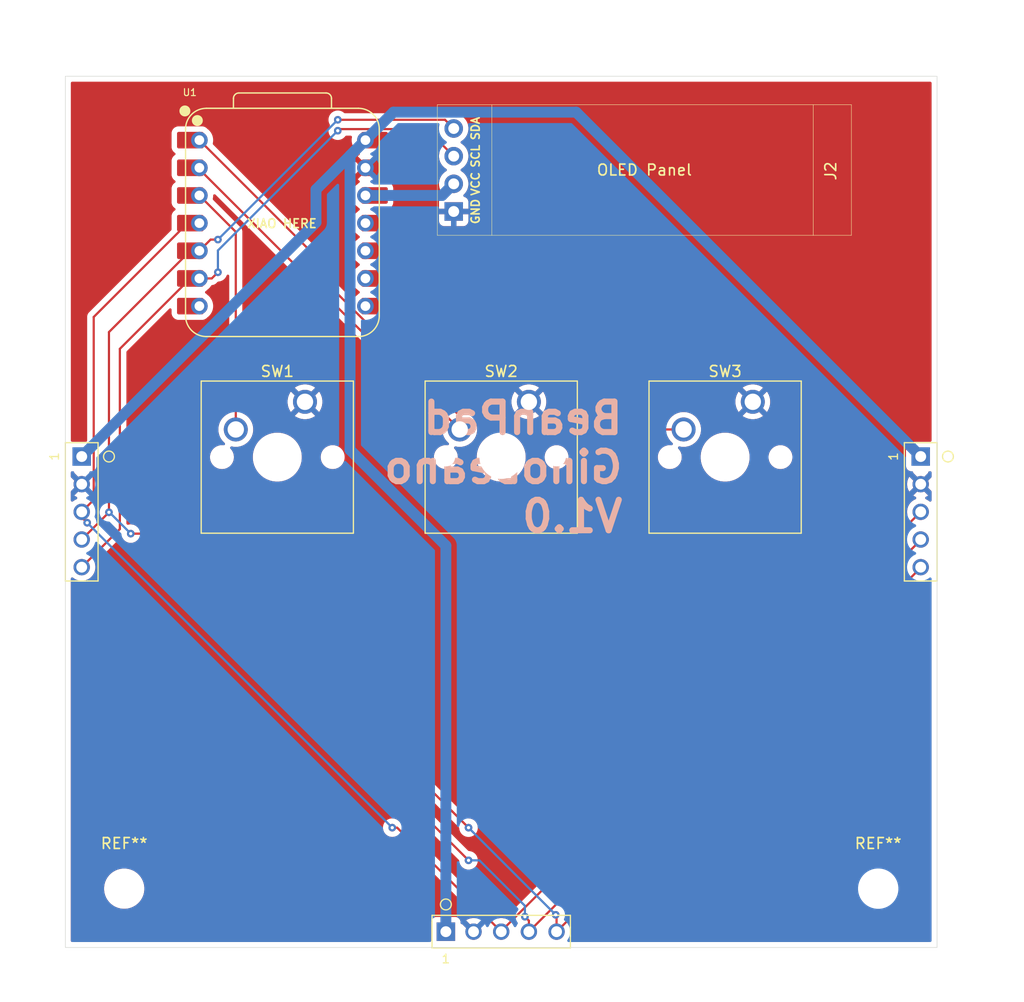
<source format=kicad_pcb>
(kicad_pcb (version 20241229) (generator "pcbnew") (generator_version "9.0")
  (layers (0 "F.Cu" signal "Front") (2 "B.Cu" signal "Back") (13 "F.Paste" user) (15 "B.Paste" user) (5 "F.SilkS" user "F.Silkscreen") (7 "B.SilkS" user "B.Silkscreen") (1 "F.Mask" user) (3 "B.Mask" user) (25 "Edge.Cuts" user))
  (net 0 "")
  (net 1 "VCC")
  (net 2 "GND")
  (net 3 "/GPIO4")
  (net 4 "/SDA")
  (net 5 "/SCL")
  (net 6 "/INT")
  (net 7 "+3V3")
  (net 8 "/GPIO26")
  (net 9 "/GPIO27")
  (net 10 "/GPIO28")
  (net 11 "/GPIO1")
  (net 12 "/GPIO1_1")
  (net 13 "/GPIO2")
  (net 14 "/GPIO3")
  (net 15 "/GPIO3_1")
  (net 16 "/GPIO0")
  (net 17 "/GPIO0_1")
  (net 18 "/GPIO2_1")
  (footprint "Module:XIAO-RP2040-DIP" (layer "F.Cu") (at 111.91875 90.4875)
    (property "Reference" "U1" (at -8.5 -12 0) (layer "F.SilkS") (effects (font (size 0.635 0.635) (thickness 0.1016))))
    (property "Value" "XIAO-RP2040-DIP")
    (fp_line (start -8.89 8.509) (end -8.89 -8.636) (stroke (width 0.127)) (layer "F.SilkS"))
    (fp_line (start -6.985 10.414) (end 6.985 10.414) (stroke (width 0.127)) (layer "F.SilkS"))
    (fp_line (start -4.495 -10.541) (end -4.491272 -11.451272) (stroke (width 0.127)) (layer "F.SilkS"))
    (fp_line (start -3.991272 -11.951) (end 4.004 -11.951) (stroke (width 0.127)) (layer "F.SilkS"))
    (fp_line (start 4.504 -11.451) (end 4.504 -10.541) (stroke (width 0.127)) (layer "F.SilkS"))
    (fp_line (start 6.985 -10.541) (end -6.985 -10.541) (stroke (width 0.1)) (layer "F.SilkS"))
    (fp_line (start 6.985 -10.541) (end -6.985 -10.541) (stroke (width 0.127)) (layer "F.SilkS"))
    (fp_line (start 8.89 8.509) (end 8.89 -8.636) (stroke (width 0.127)) (layer "F.SilkS"))
    (fp_arc (start -8.89 -8.636) (mid -8.332038 -9.983038) (end -6.985 -10.541) (stroke (width 0.127)) (layer "F.SilkS"))
    (fp_arc (start -6.985 10.414) (mid -8.332038 9.856038) (end -8.89 8.509) (stroke (width 0.127)) (layer "F.SilkS"))
    (fp_arc (start -4.491272 -11.451272) (mid -4.344728 -11.80464) (end -3.991272 -11.951) (stroke (width 0.127)) (layer "F.SilkS"))
    (fp_arc (start 4.004 -11.951) (mid 4.357553 -11.804553) (end 4.504 -11.451) (stroke (width 0.127)) (layer "F.SilkS"))
    (fp_arc (start 6.985 -10.541) (mid 8.332038 -9.983038) (end 8.89 -8.636) (stroke (width 0.127)) (layer "F.SilkS"))
    (fp_arc (start 8.89 8.509) (mid 8.332038 9.856038) (end 6.985 10.414) (stroke (width 0.127)) (layer "F.SilkS"))
    (fp_circle (center -8.95 -10.3) (end -8.95 -10.554) (stroke (width 0.5)) (fill yes) (layer "F.SilkS"))
    (fp_circle (center -7.807 -9.42) (end -7.807 -9.674) (stroke (width 0.5)) (fill yes) (layer "F.SilkS"))
    (pad "1" smd roundrect (at -8.455 -7.62 180) (size 2.432 1.524) (layers "F.Cu" "F.Mask") (roundrect_rratio 0.1) (net 8 "/GPIO26"))
    (pad "1" thru_hole circle (at -7.62 -7.62 180) (size 1.524 1.524) (drill 0.889) (layers "*.Cu" "*.Mask") (net 8 "/GPIO26"))
    (pad "2" smd roundrect (at -8.455 -5.08 180) (size 2.432 1.524) (layers "F.Cu" "F.Mask") (roundrect_rratio 0.1) (net 9 "/GPIO27"))
    (pad "2" thru_hole circle (at -7.62 -5.08 180) (size 1.524 1.524) (drill 0.889) (layers "*.Cu" "*.Mask") (net 9 "/GPIO27"))
    (pad "3" smd roundrect (at -8.455 -2.54 180) (size 2.432 1.524) (layers "F.Cu" "F.Mask") (roundrect_rratio 0.1) (net 10 "/GPIO28"))
    (pad "3" thru_hole circle (at -7.62 -2.54 180) (size 1.524 1.524) (drill 0.889) (layers "*.Cu" "*.Mask") (net 10 "/GPIO28"))
    (pad "4" smd roundrect (at -8.455 0 180) (size 2.432 1.524) (layers "F.Cu" "F.Mask") (roundrect_rratio 0.1) (net 6 "/INT"))
    (pad "4" thru_hole circle (at -7.62 0 180) (size 1.524 1.524) (drill 0.889) (layers "*.Cu" "*.Mask") (net 6 "/INT"))
    (pad "5" smd roundrect (at -8.455 2.54 180) (size 2.432 1.524) (layers "F.Cu" "F.Mask") (roundrect_rratio 0.1) (net 4 "/SDA"))
    (pad "5" thru_hole circle (at -7.62 2.54 180) (size 1.524 1.524) (drill 0.889) (layers "*.Cu" "*.Mask") (net 4 "/SDA"))
    (pad "6" smd roundrect (at -8.455 5.08 180) (size 2.432 1.524) (layers "F.Cu" "F.Mask") (roundrect_rratio 0.1) (net 5 "/SCL"))
    (pad "6" thru_hole circle (at -7.62 5.08 180) (size 1.524 1.524) (drill 0.889) (layers "*.Cu" "*.Mask") (net 5 "/SCL"))
    (pad "7" smd roundrect (at -8.455 7.62 180) (size 2.432 1.524) (layers "F.Cu" "F.Mask") (roundrect_rratio 0.1) (net 16 "/GPIO0"))
    (pad "7" thru_hole circle (at -7.62 7.62 180) (size 1.524 1.524) (drill 0.889) (layers "*.Cu" "*.Mask") (net 17 "/GPIO0_1"))
    (pad "8" thru_hole circle (at 7.62 7.62) (size 1.524 1.524) (drill 0.889) (layers "*.Cu" "*.Mask") (net 12 "/GPIO1_1"))
    (pad "8" smd roundrect (at 8.455 7.62) (size 2.432 1.524) (layers "F.Cu" "F.Mask") (roundrect_rratio 0.1) (net 11 "/GPIO1"))
    (pad "9" thru_hole circle (at 7.62 5.08) (size 1.524 1.524) (drill 0.889) (layers "*.Cu" "*.Mask") (net 13 "/GPIO2"))
    (pad "9" smd roundrect (at 8.455 5.08) (size 2.432 1.524) (layers "F.Cu" "F.Mask") (roundrect_rratio 0.1) (net 18 "/GPIO2_1"))
    (pad "10" thru_hole circle (at 7.62 2.54) (size 1.524 1.524) (drill 0.889) (layers "*.Cu" "*.Mask") (net 3 "/GPIO4"))
    (pad "10" smd roundrect (at 8.455 2.54) (size 2.432 1.524) (layers "F.Cu" "F.Mask") (roundrect_rratio 0.1) (net 3 "/GPIO4"))
    (pad "11" thru_hole circle (at 7.62 0) (size 1.524 1.524) (drill 0.889) (layers "*.Cu" "*.Mask") (net 15 "/GPIO3_1"))
    (pad "11" smd roundrect (at 8.455 0) (size 2.432 1.524) (layers "F.Cu" "F.Mask") (roundrect_rratio 0.1) (net 14 "/GPIO3"))
    (pad "12" thru_hole circle (at 7.62 -2.54) (size 1.524 1.524) (drill 0.889) (layers "*.Cu" "*.Mask") (net 7 "+3V3"))
    (pad "12" smd roundrect (at 8.455 -2.54) (size 2.432 1.524) (layers "F.Cu" "F.Mask") (roundrect_rratio 0.1) (net 7 "+3V3"))
    (pad "13" thru_hole circle (at 7.62 -5.08) (size 1.524 1.524) (drill 0.889) (layers "*.Cu" "*.Mask") (net 2 "GND"))
    (pad "13" smd roundrect (at 8.455 -5.08) (size 2.432 1.524) (layers "F.Cu" "F.Mask") (roundrect_rratio 0.1) (net 2 "GND"))
    (pad "14" thru_hole circle (at 7.62 -7.62) (size 1.524 1.524) (drill 0.889) (layers "*.Cu" "*.Mask") (net 1 "VCC"))
    (pad "14" smd roundrect (at 8.455 -7.62) (size 2.432 1.524) (layers "F.Cu" "F.Mask") (roundrect_rratio 0.1) (net 1 "VCC"))
  )
  (footprint "SSD1306:SSD1306-0.91-OLED-4pin-128x32" (layer "F.Cu") (at 164.14125 91.61 180)
    (property "Reference" "J2" (at 1.9 5.91 90) (layer "F.SilkS"))
    (property "Value" "Display")
    (fp_line (start 38 12) (end 38 0) (stroke (width 0.04)) (layer "F.SilkS"))
    (fp_line (start 38 0) (end 0 0) (stroke (width 0.04)) (layer "F.SilkS"))
    (fp_line (start 33 0) (end 33 12) (stroke (width 0.04)) (layer "F.SilkS"))
    (fp_line (start 3.5 0) (end 3.5 12) (stroke (width 0.04)) (layer "F.SilkS"))
    (fp_line (start 0 12) (end 38 12) (stroke (width 0.04)) (layer "F.SilkS"))
    (fp_line (start 0 0) (end 0 12) (stroke (width 0.04)) (layer "F.SilkS"))
    (fp_text user "SDA" (at 34.5 9.81 90) (layer "F.SilkS") (effects (font (size 0.75 0.75))))
    (fp_text user "GND" (at 34.5 2.19 90) (layer "F.SilkS") (effects (font (size 0.75 0.75))))
    (fp_text user "VCC" (at 34.5 4.73 90) (layer "F.SilkS") (effects (font (size 0.75 0.75))))
    (fp_text user "SCL" (at 34.5 7.27 90) (layer "F.SilkS") (effects (font (size 0.75 0.75))))
    (fp_text user "OLED Panel" (at 19 6 0) (layer "F.SilkS"))
    (pad "1" thru_hole rect (at 36.5 2.19 180) (size 1.7 1.7) (drill 1) (layers "*.Cu" "*.Mask") (net 2 "GND"))
    (pad "2" thru_hole oval (at 36.5 4.73 180) (size 1.7 1.7) (drill 1) (layers "*.Cu" "*.Mask") (net 7 "+3V3"))
    (pad "3" thru_hole oval (at 36.5 7.27 180) (size 1.7 1.7) (drill 1) (layers "*.Cu" "*.Mask") (net 5 "/SCL"))
    (pad "4" thru_hole oval (at 36.5 9.81 180) (size 1.7 1.7) (drill 1) (layers "*.Cu" "*.Mask") (net 4 "/SDA"))
  )
  (footprint "MountingHole:MountingHole_3.2mm_M3" (layer "F.Cu") (at 97.4 151.6)
    (property "Reference" "REF**" (at 0 -4.15 0) (layer "F.SilkS"))
    (property "Value" "MountingHole_3.2mm_M3")
    (pad "" np_thru_hole circle (at 0 0) (size 3.2 3.2) (drill 3.2) (layers "*.Cu" "*.Mask"))
  )
  (footprint "Button_Switch_Keyboard:SW_Cherry_MX_1.00u_PCB" (layer "F.Cu") (at 155.09 106.895)
    (property "Reference" "SW3" (at -2.54 -2.794 0) (layer "F.SilkS"))
    (property "Value" "SW_Push")
    (fp_line (start -9.525 -1.905) (end 4.445 -1.905) (stroke (width 0.12)) (layer "F.SilkS"))
    (fp_line (start -9.525 12.065) (end -9.525 -1.905) (stroke (width 0.12)) (layer "F.SilkS"))
    (fp_line (start 4.445 -1.905) (end 4.445 12.065) (stroke (width 0.12)) (layer "F.SilkS"))
    (fp_line (start 4.445 12.065) (end -9.525 12.065) (stroke (width 0.12)) (layer "F.SilkS"))
    (pad "" np_thru_hole circle (at -7.62 5.08) (size 1.7 1.7) (drill 1.7) (layers "*.Cu" "*.Mask"))
    (pad "" np_thru_hole circle (at -2.54 5.08) (size 4 4) (drill 4) (layers "*.Cu" "*.Mask"))
    (pad "" np_thru_hole circle (at 2.54 5.08) (size 1.7 1.7) (drill 1.7) (layers "*.Cu" "*.Mask"))
    (pad "1" thru_hole circle (at 0 0) (size 2.2 2.2) (drill 1.5) (layers "*.Cu" "*.Mask") (net 2 "GND"))
    (pad "2" thru_hole circle (at -6.35 2.54) (size 2.2 2.2) (drill 1.5) (layers "*.Cu" "*.Mask") (net 8 "/GPIO26"))
  )
  (footprint "Conn_Pogo:male_only_connector_5pin_Version3" (layer "F.Cu") (at 170.5 117 -90)
    (property "Reference" "J1" (hide yes))
    (property "Value" "Male_Pogo_Connector_01x05" (hide yes))
    (fp_line (start -6.35 1.5) (end 6.35 1.5) (stroke (width 0.12)) (layer "F.SilkS"))
    (fp_line (start -6.35 -1.5) (end -6.35 1.5) (stroke (width 0.12)) (layer "F.SilkS"))
    (fp_line (start -6.35 -1.5) (end 6.35 -1.5) (stroke (width 0.12)) (layer "F.SilkS"))
    (fp_line (start 6.35 -1.5) (end 6.35 1.5) (stroke (width 0.12)) (layer "F.SilkS"))
    (fp_circle (center -5.08 -2.5) (end -4.58 -2.5) (stroke (width 0.12)) (fill no) (layer "F.SilkS"))
    (fp_text user "1" (at -5.08 2.5 90) (layer "F.SilkS") (effects (font (size 0.8 0.8) (thickness 0.12))))
    (pad "1" thru_hole rect (at -5.08 0 270) (size 1.7 1.7) (drill 1) (layers "*.Cu" "*.Mask") (net 1 "VCC"))
    (pad "2" thru_hole circle (at -2.54 0 270) (size 1.5 1.5) (drill 1) (layers "*.Cu" "*.Mask") (net 2 "GND"))
    (pad "3" thru_hole circle (at 0 0 270) (size 1.5 1.5) (drill 1) (layers "*.Cu" "*.Mask") (net 6 "/INT"))
    (pad "4" thru_hole circle (at 2.54 0 270) (size 1.5 1.5) (drill 1) (layers "*.Cu" "*.Mask") (net 4 "/SDA"))
    (pad "5" thru_hole circle (at 5.08 0 270) (size 1.5 1.5) (drill 1) (layers "*.Cu" "*.Mask") (net 5 "/SCL"))
  )
  (footprint "Conn_Pogo:male_only_connector_5pin_Version3" (layer "F.Cu") (at 93.5 117 -90)
    (property "Reference" "J3" (hide yes))
    (property "Value" "Male_Pogo_Connector_01x05" (hide yes))
    (fp_line (start -6.35 1.5) (end 6.35 1.5) (stroke (width 0.12)) (layer "F.SilkS"))
    (fp_line (start -6.35 -1.5) (end -6.35 1.5) (stroke (width 0.12)) (layer "F.SilkS"))
    (fp_line (start -6.35 -1.5) (end 6.35 -1.5) (stroke (width 0.12)) (layer "F.SilkS"))
    (fp_line (start 6.35 -1.5) (end 6.35 1.5) (stroke (width 0.12)) (layer "F.SilkS"))
    (fp_circle (center -5.08 -2.5) (end -4.58 -2.5) (stroke (width 0.12)) (fill no) (layer "F.SilkS"))
    (fp_text user "1" (at -5.08 2.5 90) (layer "F.SilkS") (effects (font (size 0.8 0.8) (thickness 0.12))))
    (pad "1" thru_hole rect (at -5.08 0 270) (size 1.7 1.7) (drill 1) (layers "*.Cu" "*.Mask") (net 1 "VCC"))
    (pad "2" thru_hole circle (at -2.54 0 270) (size 1.5 1.5) (drill 1) (layers "*.Cu" "*.Mask") (net 2 "GND"))
    (pad "3" thru_hole circle (at 0 0 270) (size 1.5 1.5) (drill 1) (layers "*.Cu" "*.Mask") (net 6 "/INT"))
    (pad "4" thru_hole circle (at 2.54 0 270) (size 1.5 1.5) (drill 1) (layers "*.Cu" "*.Mask") (net 4 "/SDA"))
    (pad "5" thru_hole circle (at 5.08 0 270) (size 1.5 1.5) (drill 1) (layers "*.Cu" "*.Mask") (net 5 "/SCL"))
  )
  (footprint "Button_Switch_Keyboard:SW_Cherry_MX_1.00u_PCB" (layer "F.Cu") (at 113.99 106.895)
    (property "Reference" "SW1" (at -2.54 -2.794 0) (layer "F.SilkS"))
    (property "Value" "SW_Push")
    (fp_line (start -9.525 -1.905) (end 4.445 -1.905) (stroke (width 0.12)) (layer "F.SilkS"))
    (fp_line (start -9.525 12.065) (end -9.525 -1.905) (stroke (width 0.12)) (layer "F.SilkS"))
    (fp_line (start 4.445 -1.905) (end 4.445 12.065) (stroke (width 0.12)) (layer "F.SilkS"))
    (fp_line (start 4.445 12.065) (end -9.525 12.065) (stroke (width 0.12)) (layer "F.SilkS"))
    (pad "" np_thru_hole circle (at -7.62 5.08) (size 1.7 1.7) (drill 1.7) (layers "*.Cu" "*.Mask"))
    (pad "" np_thru_hole circle (at -2.54 5.08) (size 4 4) (drill 4) (layers "*.Cu" "*.Mask"))
    (pad "" np_thru_hole circle (at 2.54 5.08) (size 1.7 1.7) (drill 1.7) (layers "*.Cu" "*.Mask"))
    (pad "1" thru_hole circle (at 0 0) (size 2.2 2.2) (drill 1.5) (layers "*.Cu" "*.Mask") (net 2 "GND"))
    (pad "2" thru_hole circle (at -6.35 2.54) (size 2.2 2.2) (drill 1.5) (layers "*.Cu" "*.Mask") (net 10 "/GPIO28"))
  )
  (footprint "MountingHole:MountingHole_3.2mm_M3" (layer "F.Cu") (at 166.6 151.6)
    (property "Reference" "REF**" (at 0 -4.15 0) (layer "F.SilkS"))
    (property "Value" "MountingHole_3.2mm_M3")
    (pad "" np_thru_hole circle (at 0 0) (size 3.2 3.2) (drill 3.2) (layers "*.Cu" "*.Mask"))
  )
  (footprint "Button_Switch_Keyboard:SW_Cherry_MX_1.00u_PCB" (layer "F.Cu") (at 134.54 106.895)
    (property "Reference" "SW2" (at -2.54 -2.794 0) (layer "F.SilkS"))
    (property "Value" "SW_Push")
    (fp_line (start -9.525 -1.905) (end 4.445 -1.905) (stroke (width 0.12)) (layer "F.SilkS"))
    (fp_line (start -9.525 12.065) (end -9.525 -1.905) (stroke (width 0.12)) (layer "F.SilkS"))
    (fp_line (start 4.445 -1.905) (end 4.445 12.065) (stroke (width 0.12)) (layer "F.SilkS"))
    (fp_line (start 4.445 12.065) (end -9.525 12.065) (stroke (width 0.12)) (layer "F.SilkS"))
    (pad "" np_thru_hole circle (at -7.62 5.08) (size 1.7 1.7) (drill 1.7) (layers "*.Cu" "*.Mask"))
    (pad "" np_thru_hole circle (at -2.54 5.08) (size 4 4) (drill 4) (layers "*.Cu" "*.Mask"))
    (pad "" np_thru_hole circle (at 2.54 5.08) (size 1.7 1.7) (drill 1.7) (layers "*.Cu" "*.Mask"))
    (pad "1" thru_hole circle (at 0 0) (size 2.2 2.2) (drill 1.5) (layers "*.Cu" "*.Mask") (net 2 "GND"))
    (pad "2" thru_hole circle (at -6.35 2.54) (size 2.2 2.2) (drill 1.5) (layers "*.Cu" "*.Mask") (net 9 "/GPIO27"))
  )
  (footprint "Conn_Pogo:male_only_connector_5pin_Version3" (layer "F.Cu") (at 132 155.55)
    (property "Reference" "J5" (hide yes))
    (property "Value" "Male_Pogo_Connector_01x05" (hide yes))
    (fp_line (start -6.35 -1.5) (end -6.35 1.5) (stroke (width 0.12)) (layer "F.SilkS"))
    (fp_line (start -6.35 -1.5) (end 6.35 -1.5) (stroke (width 0.12)) (layer "F.SilkS"))
    (fp_line (start -6.35 1.5) (end 6.35 1.5) (stroke (width 0.12)) (layer "F.SilkS"))
    (fp_line (start 6.35 -1.5) (end 6.35 1.5) (stroke (width 0.12)) (layer "F.SilkS"))
    (fp_circle (center -5.08 -2.5) (end -4.58 -2.5) (stroke (width 0.12)) (fill no) (layer "F.SilkS"))
    (fp_text user "1" (at -5.08 2.5 0) (layer "F.SilkS") (effects (font (size 0.8 0.8) (thickness 0.12))))
    (pad "1" thru_hole rect (at -5.08 0) (size 1.7 1.7) (drill 1) (layers "*.Cu" "*.Mask") (net 1 "VCC"))
    (pad "2" thru_hole circle (at -2.54 0) (size 1.5 1.5) (drill 1) (layers "*.Cu" "*.Mask") (net 2 "GND"))
    (pad "3" thru_hole circle (at 0 0) (size 1.5 1.5) (drill 1) (layers "*.Cu" "*.Mask") (net 6 "/INT"))
    (pad "4" thru_hole circle (at 2.54 0) (size 1.5 1.5) (drill 1) (layers "*.Cu" "*.Mask") (net 4 "/SDA"))
    (pad "5" thru_hole circle (at 5.08 0) (size 1.5 1.5) (drill 1) (layers "*.Cu" "*.Mask") (net 5 "/SCL"))
  )
  (gr_rect (start 92 77) (end 172 157) (stroke (width 0.05)) (fill no) (layer "Edge.Cuts"))
  (gr_text "XIAO HERE" (at 108.6 91 0) (layer "F.SilkS") (effects (font (size 0.8 0.8) (thickness 0.15) (bold yes)) (justify left bottom)))
  (gr_text "BeanPad\nGinobeano\nV1.0" (at 143.426666 119.0625 0) (layer "B.SilkS") (effects (font (size 2.8 2.8) (thickness 0.56) (bold yes)) (justify left bottom mirror)))
  (segment (start 119.53875 82.8675) (end 122.10725 80.299) (width 1) (layer "B.Cu") (net 1))
  (segment (start 122.10725 80.299) (end 138.879 80.299) (width 1) (layer "B.Cu") (net 1))
  (segment (start 118.12575 111.306594) (end 126.92 120.100844) (width 1) (layer "B.Cu") (net 1))
  (segment (start 115 87.40625) (end 115 90.42) (width 1) (layer "B.Cu") (net 1))
  (segment (start 119.53875 82.8675) (end 118.12575 84.2805) (width 1) (layer "B.Cu") (net 1))
  (segment (start 119.53875 82.8675) (end 115 87.40625) (width 1) (layer "B.Cu") (net 1))
  (segment (start 138.879 80.299) (end 170.5 111.92) (width 1) (layer "B.Cu") (net 1))
  (segment (start 115 90.42) (end 93.5 111.92) (width 1) (layer "B.Cu") (net 1))
  (segment (start 126.92 120.100844) (end 126.92 155.55) (width 1) (layer "B.Cu") (net 1))
  (segment (start 118.12575 84.2805) (end 118.12575 111.306594) (width 1) (layer "B.Cu") (net 1))
  (segment (start 103.46375 93.0275) (end 96 100.49125) (width 0.2) (layer "F.Cu") (net 4))
  (segment (start 96 100.49125) (end 96 117.04) (width 0.2) (layer "F.Cu") (net 4))
  (segment (start 170.5 119.59) (end 170.5 119.54) (width 0.2) (layer "F.Cu") (net 4))
  (segment (start 134.54 155.55) (end 170.5 119.59) (width 0.2) (layer "F.Cu") (net 4))
  (segment (start 129 149) (end 99 119) (width 0.2) (layer "F.Cu") (net 4))
  (segment (start 104.29875 93.0275) (end 105.32625 92) (width 0.2) (layer "F.Cu") (net 4))
  (segment (start 134.54 154.54) (end 134.174265 154.174265) (width 0.2) (layer "F.Cu") (net 4))
  (segment (start 96 117.04) (end 93.5 119.54) (width 0.2) (layer "F.Cu") (net 4))
  (segment (start 99 119) (end 98 119) (width 0.2) (layer "F.Cu") (net 4))
  (segment (start 134.54 155.55) (end 134.54 154.54) (width 0.2) (layer "F.Cu") (net 4))
  (segment (start 117 81) (end 126.84125 81) (width 0.2) (layer "F.Cu") (net 4))
  (segment (start 126.84125 81) (end 127.64125 81.8) (width 0.2) (layer "F.Cu") (net 4))
  (segment (start 105.32625 92) (end 106 92) (width 0.2) (layer "F.Cu") (net 4))
  (via (at 106 92) (size 0.7) (drill 0.3) (layers "F.Cu" "B.Cu") (net 4))
  (via (at 96 117.04) (size 0.7) (drill 0.3) (layers "F.Cu" "B.Cu") (net 4))
  (via (at 134.174265 154.174265) (size 0.7) (drill 0.3) (layers "F.Cu" "B.Cu") (net 4))
  (via (at 129 149) (size 0.7) (drill 0.3) (layers "F.Cu" "B.Cu") (net 4))
  (via (at 117 81) (size 0.7) (drill 0.3) (layers "F.Cu" "B.Cu") (net 4))
  (via (at 98 119) (size 0.7) (drill 0.3) (layers "F.Cu" "B.Cu") (net 4))
  (segment (start 134.174265 154.174265) (end 134.174265 153.174265) (width 0.2) (layer "B.Cu") (net 4))
  (segment (start 96.04 117.04) (end 96 117.04) (width 0.2) (layer "B.Cu") (net 4))
  (segment (start 106 92) (end 117 81) (width 0.2) (layer "B.Cu") (net 4))
  (segment (start 130 149) (end 129 149) (width 0.2) (layer "B.Cu") (net 4))
  (segment (start 98 119) (end 96.04 117.04) (width 0.2) (layer "B.Cu") (net 4))
  (segment (start 134.174265 153.174265) (end 130 149) (width 0.2) (layer "B.Cu") (net 4))
  (segment (start 137.08 155.55) (end 137.08 154.08) (width 0.2) (layer "F.Cu") (net 5))
  (segment (start 97 118.58) (end 93.5 122.08) (width 0.2) (layer "F.Cu") (net 5))
  (segment (start 105.4325 95.5675) (end 106 95) (width 0.2) (layer "F.Cu") (net 5))
  (segment (start 129 146) (end 100 117) (width 0.2) (layer "F.Cu") (net 5))
  (segment (start 100 117) (end 97 117) (width 0.2) (layer "F.Cu") (net 5))
  (segment (start 97 102.03125) (end 97 117) (width 0.2) (layer "F.Cu") (net 5))
  (segment (start 117 82) (end 117.1455 81.8545) (width 0.2) (layer "F.Cu") (net 5))
  (segment (start 125.15575 81.8545) (end 127.64125 84.34) (width 0.2) (layer "F.Cu") (net 5))
  (segment (start 97 117) (end 97 118.58) (width 0.2) (layer "F.Cu") (net 5))
  (segment (start 103.46375 95.5675) (end 97 102.03125) (width 0.2) (layer "F.Cu") (net 5))
  (segment (start 117.1455 81.8545) (end 125.15575 81.8545) (width 0.2) (layer "F.Cu") (net 5))
  (segment (start 137.08 155.55) (end 170.5 122.13) (width 0.2) (layer "F.Cu") (net 5))
  (segment (start 104.29875 95.5675) (end 105.4325 95.5675) (width 0.2) (layer "F.Cu") (net 5))
  (segment (start 137.08 154.08) (end 137 154) (width 0.2) (layer "F.Cu") (net 5))
  (segment (start 170.5 122.13) (end 170.5 122.08) (width 0.2) (layer "F.Cu") (net 5))
  (via (at 106 95) (size 0.7) (drill 0.3) (layers "F.Cu" "B.Cu") (net 5))
  (via (at 137 154) (size 0.7) (drill 0.3) (layers "F.Cu" "B.Cu") (net 5))
  (via (at 129 146) (size 0.7) (drill 0.3) (layers "F.Cu" "B.Cu") (net 5))
  (via (at 117 82) (size 0.7) (drill 0.3) (layers "F.Cu" "B.Cu") (net 5))
  (segment (start 106 95) (end 106 93) (width 0.2) (layer "B.Cu") (net 5))
  (segment (start 137 154) (end 129 146) (width 0.2) (layer "B.Cu") (net 5))
  (segment (start 106 93) (end 117 82) (width 0.2) (layer "B.Cu") (net 5))
  (segment (start 170.5 117) (end 132 155.5) (width 0.2) (layer "F.Cu") (net 6))
  (segment (start 122.45 146) (end 132 155.55) (width 0.2) (layer "F.Cu") (net 6))
  (segment (start 94.601 99.10762) (end 94.601 115.899) (width 0.2) (layer "F.Cu") (net 6))
  (segment (start 104.29875 90.4875) (end 103.22112 90.4875) (width 0.2) (layer "F.Cu") (net 6))
  (segment (start 132 155.5) (end 132 155.55) (width 0.2) (layer "F.Cu") (net 6))
  (segment (start 103.22112 90.4875) (end 94.601 99.10762) (width 0.2) (layer "F.Cu") (net 6))
  (segment (start 122 146) (end 122.45 146) (width 0.2) (layer "F.Cu") (net 6))
  (segment (start 94.601 115.899) (end 93.5 117) (width 0.2) (layer "F.Cu") (net 6))
  (segment (start 93.5 117.5) (end 94 118) (width 0.2) (layer "F.Cu") (net 6))
  (segment (start 93.5 117) (end 93.5 117.5) (width 0.2) (layer "F.Cu") (net 6))
  (via (at 94 118) (size 0.7) (drill 0.3) (layers "F.Cu" "B.Cu") (net 6))
  (via (at 122 146) (size 0.7) (drill 0.3) (layers "F.Cu" "B.Cu") (net 6))
  (segment (start 94 118) (end 122 146) (width 0.2) (layer "B.Cu") (net 6))
  (segment (start 119.53875 87.9475) (end 126.57375 87.9475) (width 1) (layer "B.Cu") (net 7))
  (segment (start 126.57375 87.9475) (end 127.64125 86.88) (width 1) (layer "B.Cu") (net 7))
  (segment (start 116 94.56875) (end 104.29875 82.8675) (width 0.2) (layer "F.Cu") (net 8))
  (segment (start 131.435 109.435) (end 130 108) (width 0.2) (layer "F.Cu") (net 8))
  (segment (start 130 108) (end 128 108) (width 0.2) (layer "F.Cu") (net 8))
  (segment (start 148.74 109.435) (end 131.435 109.435) (width 0.2) (layer "F.Cu") (net 8))
  (segment (start 116 96) (end 116 94.56875) (width 0.2) (layer "F.Cu") (net 8))
  (segment (start 128 108) (end 116 96) (width 0.2) (layer "F.Cu") (net 8))
  (segment (start 128.19 109.435) (end 104.29875 85.54375) (width 0.2) (layer "F.Cu") (net 9))
  (segment (start 104.29875 85.54375) (end 104.29875 85.4075) (width 0.2) (layer "F.Cu") (net 9))
  (segment (start 104.29875 87.9475) (end 107.64 91.28875) (width 0.2) (layer "F.Cu") (net 10))
  (segment (start 107.64 91.28875) (end 107.64 109.435) (width 0.2) (layer "F.Cu") (net 10))
  (zone (net 2) (net_name "GND") (layers "F.Cu" "B.Cu") (connect_pads (clearance 0.5)) (min_thickness 0.25) (fill yes (thermal_gap 0.5) (thermal_bridge_width 0.5))
    (polygon (pts (xy 86 70) (xy 180 70) (xy 180 162) (xy 86 162)))
  )
)
</source>
